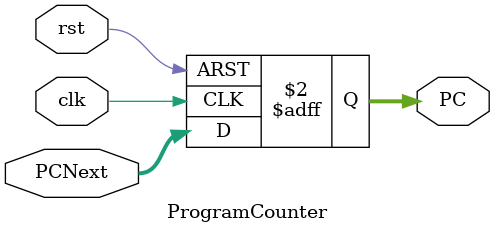
<source format=sv>
module ProgramCounter#(
    parameter WIDTH = 32
)(
    input logic      clk,
    input logic      rst,
    input logic [WIDTH-1:0]  PCNext,
    output logic [WIDTH-1:0]  PC
);

always_ff @(posedge clk, posedge rst)
    if(rst) PC <= 32'hBFC00000;
    else    PC <= PCNext;

endmodule

</source>
